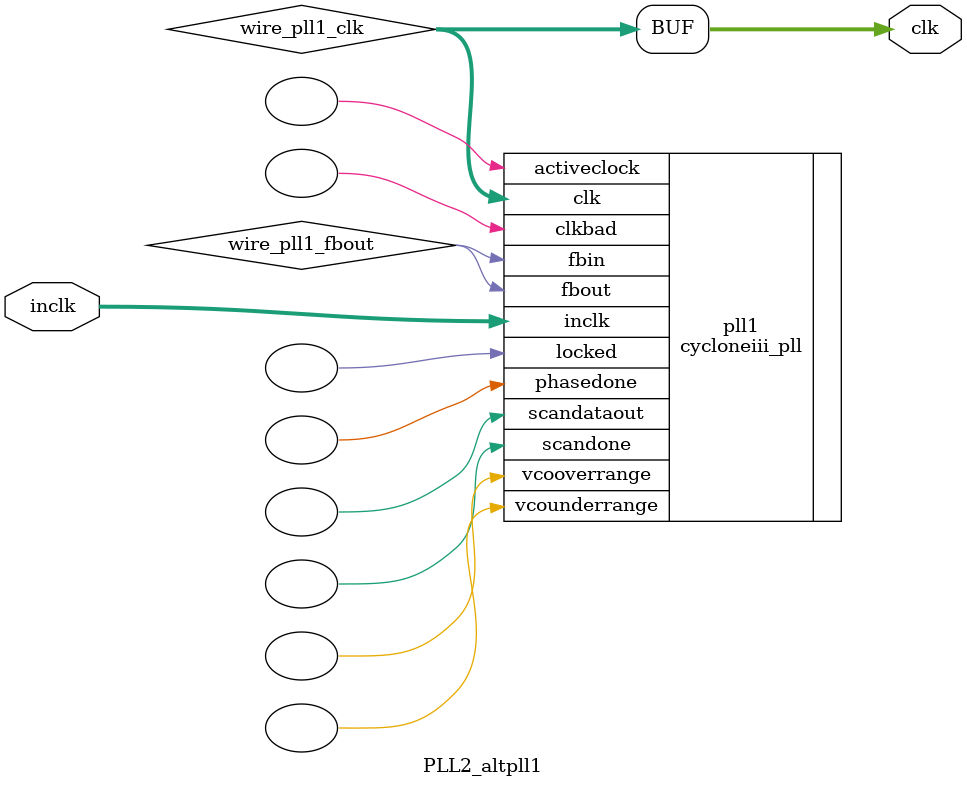
<source format=v>






//synthesis_resources = cycloneiii_pll 1 
//synopsys translate_off
`timescale 1 ps / 1 ps
//synopsys translate_on
module  PLL2_altpll1
	( 
	clk,
	inclk) /* synthesis synthesis_clearbox=1 */;
	output   [4:0]  clk;
	input   [1:0]  inclk;
`ifndef ALTERA_RESERVED_QIS
// synopsys translate_off
`endif
	tri0   [1:0]  inclk;
`ifndef ALTERA_RESERVED_QIS
// synopsys translate_on
`endif

	wire  [4:0]   wire_pll1_clk;
	wire  wire_pll1_fbout;

	cycloneiii_pll   pll1
	( 
	.activeclock(),
	.clk(wire_pll1_clk),
	.clkbad(),
	.fbin(wire_pll1_fbout),
	.fbout(wire_pll1_fbout),
	.inclk(inclk),
	.locked(),
	.phasedone(),
	.scandataout(),
	.scandone(),
	.vcooverrange(),
	.vcounderrange()
	`ifndef FORMAL_VERIFICATION
	// synopsys translate_off
	`endif
	,
	.areset(1'b0),
	.clkswitch(1'b0),
	.configupdate(1'b0),
	.pfdena(1'b1),
	.phasecounterselect({3{1'b0}}),
	.phasestep(1'b0),
	.phaseupdown(1'b0),
	.scanclk(1'b0),
	.scanclkena(1'b1),
	.scandata(1'b0)
	`ifndef FORMAL_VERIFICATION
	// synopsys translate_on
	`endif
	);
	defparam
		pll1.bandwidth_type = "auto",
		pll1.clk0_divide_by = 4000,
		pll1.clk0_duty_cycle = 50,
		pll1.clk0_multiply_by = 1,
		pll1.clk0_phase_shift = "0",
		pll1.compensate_clock = "clk0",
		pll1.inclk0_input_frequency = 0,
		pll1.operation_mode = "normal",
		pll1.pll_type = "auto",
		pll1.lpm_type = "cycloneiii_pll";
	assign
		clk = {wire_pll1_clk[4:0]};
endmodule //PLL2_altpll1
//VALID FILE

</source>
